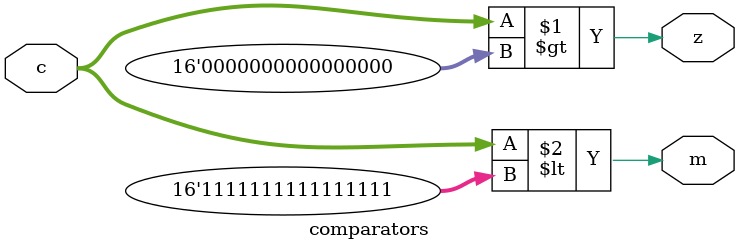
<source format=v>
module comparators(
    input [15:0] c,
    output z,
    output m
);

    assign z = (c > 16'b0 );
    assign m = (c < 16'hFFFF);

endmodule
</source>
